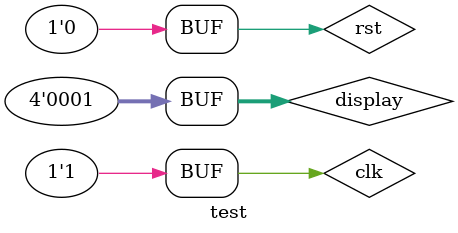
<source format=v>
`timescale 1ns / 1ps

module test;

	// Inputs
	reg clk;
	reg rst;
	reg [3:0] display;

	// Outputs
	wire [31:0] f;

	// Instantiate the Unit Under Test (UUT)
	cpu uut (
		.clk(clk), 
		.rst(rst), 
		.display(display), 
		.f(f)
	);

	initial begin
		// Initialize Inputs
		clk = 0;
		rst = 0;
		display = 4'b0001;

		// Wait 100 ns for global reset to finish
		#100;
		clk = 1;
		#100;
		clk = 0;
		#100;
		clk = 1;
		#100;
		clk = 0;
		#100;
		clk = 1;
		#100;
		clk = 0;
		#100;
		clk = 1;
		#100;
		clk = 0;
		#100;
		clk = 1;
		#100;
		clk = 0;
		#100;
		clk = 1;
		#100;
		clk = 0;
		#100;
		clk = 1;	
		#100;
		clk = 0;
		#100;
		clk = 1;	
		#100;
		clk = 0;
		#100;
		clk = 1;
		#100;
		clk = 0;
		#100;
		clk = 1;	
		#100;
		clk = 0;
		#100;
		clk = 1;
		#100;
		clk = 0;
		#100;
		clk = 1;	
		#100;
		clk = 0;
		#100;
		clk = 1;	
		#100;
		clk = 0;
		#100;
		clk = 1;	
		#100;
		clk = 0;
		#100;
		clk = 1;	
		#100;
		clk = 0;
		#100;
		clk = 1;	
		#100;
		clk = 0;
		#100;
		clk = 1;	
		#100;
		clk = 0;
		#100;
		clk = 1;	
		#100;
		clk = 0;
		#100;
		clk = 1;	
		#100;
		clk = 0;
		#100;
		clk = 1;	
		#100;
		clk = 0;
		#100;
		clk = 1;	
		#100;
		clk = 0;
		#100;
		clk = 1;	
		#100;
		clk = 0;
		#100;
		clk = 1;	
		#100;
		clk = 0;
		#100;
		clk = 1;	
		#100;
		clk = 0;
		#100;
		clk = 1;	
		#100;
		clk = 0;
		#100;
		clk = 1;	
		#100;
		clk = 0;
		#100;
		clk = 1;	
		#100;
		clk = 0;
		#100;
		clk = 1;	
		#100;
		clk = 0;
		#100;
		clk = 1;	
	end
endmodule


</source>
